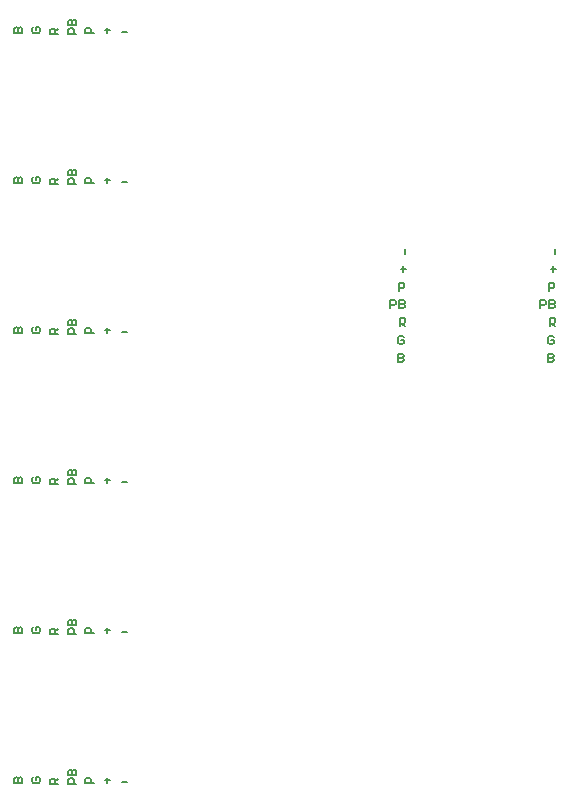
<source format=gbo>
G75*
G70*
%OFA0B0*%
%FSLAX24Y24*%
%IPPOS*%
%LPD*%
%AMOC8*
5,1,8,0,0,1.08239X$1,22.5*
%
%ADD10C,0.0050*%
D10*
X018145Y004145D02*
X018145Y004280D01*
X018190Y004325D01*
X018235Y004325D01*
X018280Y004280D01*
X018280Y004145D01*
X018145Y004145D02*
X018416Y004145D01*
X018416Y004280D01*
X018371Y004325D01*
X018326Y004325D01*
X018280Y004280D01*
X018732Y004280D02*
X018732Y004190D01*
X018777Y004145D01*
X018957Y004145D01*
X019002Y004190D01*
X019002Y004280D01*
X018957Y004325D01*
X018867Y004325D01*
X018867Y004235D01*
X018777Y004325D02*
X018732Y004280D01*
X019332Y004236D02*
X019332Y004101D01*
X019603Y004101D01*
X019513Y004101D02*
X019513Y004236D01*
X019467Y004281D01*
X019377Y004281D01*
X019332Y004236D01*
X019513Y004191D02*
X019603Y004281D01*
X019944Y004246D02*
X019944Y004111D01*
X020214Y004111D01*
X020124Y004111D02*
X020124Y004246D01*
X020079Y004291D01*
X019989Y004291D01*
X019944Y004246D01*
X019944Y004406D02*
X019944Y004541D01*
X019989Y004586D01*
X020034Y004586D01*
X020079Y004541D01*
X020079Y004406D01*
X020079Y004541D02*
X020124Y004586D01*
X020169Y004586D01*
X020214Y004541D01*
X020214Y004406D01*
X019944Y004406D01*
X020513Y004258D02*
X020513Y004123D01*
X020784Y004123D01*
X020694Y004123D02*
X020694Y004258D01*
X020649Y004303D01*
X020559Y004303D01*
X020513Y004258D01*
X021153Y004224D02*
X021333Y004224D01*
X021243Y004314D02*
X021243Y004134D01*
X021737Y004180D02*
X021917Y004180D01*
X021243Y009134D02*
X021243Y009314D01*
X021153Y009224D02*
X021333Y009224D01*
X021737Y009180D02*
X021917Y009180D01*
X020784Y009123D02*
X020513Y009123D01*
X020513Y009258D01*
X020559Y009303D01*
X020649Y009303D01*
X020694Y009258D01*
X020694Y009123D01*
X020214Y009111D02*
X019944Y009111D01*
X019944Y009246D01*
X019989Y009291D01*
X020079Y009291D01*
X020124Y009246D01*
X020124Y009111D01*
X020079Y009406D02*
X020079Y009541D01*
X020124Y009586D01*
X020169Y009586D01*
X020214Y009541D01*
X020214Y009406D01*
X019944Y009406D01*
X019944Y009541D01*
X019989Y009586D01*
X020034Y009586D01*
X020079Y009541D01*
X019603Y009281D02*
X019513Y009191D01*
X019513Y009236D02*
X019513Y009101D01*
X019603Y009101D02*
X019332Y009101D01*
X019332Y009236D01*
X019377Y009281D01*
X019467Y009281D01*
X019513Y009236D01*
X019002Y009280D02*
X018957Y009325D01*
X018867Y009325D01*
X018867Y009235D01*
X018777Y009325D02*
X018732Y009280D01*
X018732Y009190D01*
X018777Y009145D01*
X018957Y009145D01*
X019002Y009190D01*
X019002Y009280D01*
X018416Y009280D02*
X018416Y009145D01*
X018145Y009145D01*
X018145Y009280D01*
X018190Y009325D01*
X018235Y009325D01*
X018280Y009280D01*
X018280Y009145D01*
X018280Y009280D02*
X018326Y009325D01*
X018371Y009325D01*
X018416Y009280D01*
X018416Y014145D02*
X018145Y014145D01*
X018145Y014280D01*
X018190Y014325D01*
X018235Y014325D01*
X018280Y014280D01*
X018280Y014145D01*
X018280Y014280D02*
X018326Y014325D01*
X018371Y014325D01*
X018416Y014280D01*
X018416Y014145D01*
X018732Y014190D02*
X018732Y014280D01*
X018777Y014325D01*
X018867Y014325D02*
X018867Y014235D01*
X018867Y014325D02*
X018957Y014325D01*
X019002Y014280D01*
X019002Y014190D01*
X018957Y014145D01*
X018777Y014145D01*
X018732Y014190D01*
X019332Y014236D02*
X019377Y014281D01*
X019467Y014281D01*
X019513Y014236D01*
X019513Y014101D01*
X019603Y014101D02*
X019332Y014101D01*
X019332Y014236D01*
X019513Y014191D02*
X019603Y014281D01*
X019944Y014246D02*
X019944Y014111D01*
X020214Y014111D01*
X020124Y014111D02*
X020124Y014246D01*
X020079Y014291D01*
X019989Y014291D01*
X019944Y014246D01*
X019944Y014406D02*
X019944Y014541D01*
X019989Y014586D01*
X020034Y014586D01*
X020079Y014541D01*
X020079Y014406D01*
X020079Y014541D02*
X020124Y014586D01*
X020169Y014586D01*
X020214Y014541D01*
X020214Y014406D01*
X019944Y014406D01*
X020513Y014258D02*
X020513Y014123D01*
X020784Y014123D01*
X020694Y014123D02*
X020694Y014258D01*
X020649Y014303D01*
X020559Y014303D01*
X020513Y014258D01*
X021153Y014224D02*
X021333Y014224D01*
X021243Y014314D02*
X021243Y014134D01*
X021737Y014180D02*
X021917Y014180D01*
X021243Y019134D02*
X021243Y019314D01*
X021153Y019224D02*
X021333Y019224D01*
X021737Y019180D02*
X021917Y019180D01*
X020784Y019123D02*
X020513Y019123D01*
X020513Y019258D01*
X020559Y019303D01*
X020649Y019303D01*
X020694Y019258D01*
X020694Y019123D01*
X020214Y019111D02*
X019944Y019111D01*
X019944Y019246D01*
X019989Y019291D01*
X020079Y019291D01*
X020124Y019246D01*
X020124Y019111D01*
X020079Y019406D02*
X020079Y019541D01*
X020124Y019586D01*
X020169Y019586D01*
X020214Y019541D01*
X020214Y019406D01*
X019944Y019406D01*
X019944Y019541D01*
X019989Y019586D01*
X020034Y019586D01*
X020079Y019541D01*
X019603Y019281D02*
X019513Y019191D01*
X019513Y019236D02*
X019513Y019101D01*
X019603Y019101D02*
X019332Y019101D01*
X019332Y019236D01*
X019377Y019281D01*
X019467Y019281D01*
X019513Y019236D01*
X019002Y019280D02*
X018957Y019325D01*
X018867Y019325D01*
X018867Y019235D01*
X018777Y019325D02*
X018732Y019280D01*
X018732Y019190D01*
X018777Y019145D01*
X018957Y019145D01*
X019002Y019190D01*
X019002Y019280D01*
X018416Y019280D02*
X018416Y019145D01*
X018145Y019145D01*
X018145Y019280D01*
X018190Y019325D01*
X018235Y019325D01*
X018280Y019280D01*
X018280Y019145D01*
X018280Y019280D02*
X018326Y019325D01*
X018371Y019325D01*
X018416Y019280D01*
X018416Y024145D02*
X018145Y024145D01*
X018145Y024280D01*
X018190Y024325D01*
X018235Y024325D01*
X018280Y024280D01*
X018280Y024145D01*
X018280Y024280D02*
X018326Y024325D01*
X018371Y024325D01*
X018416Y024280D01*
X018416Y024145D01*
X018732Y024190D02*
X018732Y024280D01*
X018777Y024325D01*
X018867Y024325D02*
X018867Y024235D01*
X018867Y024325D02*
X018957Y024325D01*
X019002Y024280D01*
X019002Y024190D01*
X018957Y024145D01*
X018777Y024145D01*
X018732Y024190D01*
X019332Y024236D02*
X019377Y024281D01*
X019467Y024281D01*
X019513Y024236D01*
X019513Y024101D01*
X019603Y024101D02*
X019332Y024101D01*
X019332Y024236D01*
X019513Y024191D02*
X019603Y024281D01*
X019944Y024246D02*
X019989Y024291D01*
X020079Y024291D01*
X020124Y024246D01*
X020124Y024111D01*
X020214Y024111D02*
X019944Y024111D01*
X019944Y024246D01*
X019944Y024406D02*
X019944Y024541D01*
X019989Y024586D01*
X020034Y024586D01*
X020079Y024541D01*
X020079Y024406D01*
X020079Y024541D02*
X020124Y024586D01*
X020169Y024586D01*
X020214Y024541D01*
X020214Y024406D01*
X019944Y024406D01*
X020513Y024258D02*
X020513Y024123D01*
X020784Y024123D01*
X020694Y024123D02*
X020694Y024258D01*
X020649Y024303D01*
X020559Y024303D01*
X020513Y024258D01*
X021153Y024224D02*
X021333Y024224D01*
X021243Y024314D02*
X021243Y024134D01*
X021737Y024180D02*
X021917Y024180D01*
X021243Y029134D02*
X021243Y029314D01*
X021153Y029224D02*
X021333Y029224D01*
X021737Y029180D02*
X021917Y029180D01*
X020784Y029123D02*
X020513Y029123D01*
X020513Y029258D01*
X020559Y029303D01*
X020649Y029303D01*
X020694Y029258D01*
X020694Y029123D01*
X020214Y029111D02*
X019944Y029111D01*
X019944Y029246D01*
X019989Y029291D01*
X020079Y029291D01*
X020124Y029246D01*
X020124Y029111D01*
X020079Y029406D02*
X020079Y029541D01*
X020124Y029586D01*
X020169Y029586D01*
X020214Y029541D01*
X020214Y029406D01*
X019944Y029406D01*
X019944Y029541D01*
X019989Y029586D01*
X020034Y029586D01*
X020079Y029541D01*
X019603Y029281D02*
X019513Y029191D01*
X019513Y029236D02*
X019513Y029101D01*
X019603Y029101D02*
X019332Y029101D01*
X019332Y029236D01*
X019377Y029281D01*
X019467Y029281D01*
X019513Y029236D01*
X019002Y029280D02*
X018957Y029325D01*
X018867Y029325D01*
X018867Y029235D01*
X018777Y029325D02*
X018732Y029280D01*
X018732Y029190D01*
X018777Y029145D01*
X018957Y029145D01*
X019002Y029190D01*
X019002Y029280D01*
X018416Y029280D02*
X018416Y029145D01*
X018145Y029145D01*
X018145Y029280D01*
X018190Y029325D01*
X018235Y029325D01*
X018280Y029280D01*
X018280Y029145D01*
X018280Y029280D02*
X018326Y029325D01*
X018371Y029325D01*
X018416Y029280D01*
X031019Y021273D02*
X031199Y021273D01*
X031109Y021183D02*
X031109Y021363D01*
X031152Y021767D02*
X031152Y021948D01*
X031100Y020814D02*
X030965Y020814D01*
X030965Y020544D01*
X030965Y020634D02*
X031100Y020634D01*
X031145Y020679D01*
X031145Y020769D01*
X031100Y020814D01*
X031112Y020244D02*
X030977Y020244D01*
X030977Y019974D01*
X031112Y019974D01*
X031157Y020019D01*
X031157Y020064D01*
X031112Y020109D01*
X030977Y020109D01*
X030862Y020109D02*
X030817Y020064D01*
X030682Y020064D01*
X030682Y019974D02*
X030682Y020244D01*
X030817Y020244D01*
X030862Y020199D01*
X030862Y020109D01*
X031112Y020109D02*
X031157Y020154D01*
X031157Y020199D01*
X031112Y020244D01*
X031122Y019633D02*
X030987Y019633D01*
X030987Y019363D01*
X030987Y019453D02*
X031122Y019453D01*
X031167Y019498D01*
X031167Y019588D01*
X031122Y019633D01*
X031077Y019453D02*
X031167Y019363D01*
X031078Y019033D02*
X030988Y019033D01*
X030943Y018988D01*
X030943Y018807D01*
X030988Y018762D01*
X031078Y018762D01*
X031123Y018807D01*
X031123Y018897D01*
X031033Y018897D01*
X031123Y018988D02*
X031078Y019033D01*
X031078Y018446D02*
X030943Y018446D01*
X030943Y018176D01*
X031078Y018176D01*
X031123Y018221D01*
X031123Y018266D01*
X031078Y018311D01*
X030943Y018311D01*
X031078Y018311D02*
X031123Y018356D01*
X031123Y018401D01*
X031078Y018446D01*
X035682Y019974D02*
X035682Y020244D01*
X035817Y020244D01*
X035862Y020199D01*
X035862Y020109D01*
X035817Y020064D01*
X035682Y020064D01*
X035977Y020109D02*
X036112Y020109D01*
X036157Y020064D01*
X036157Y020019D01*
X036112Y019974D01*
X035977Y019974D01*
X035977Y020244D01*
X036112Y020244D01*
X036157Y020199D01*
X036157Y020154D01*
X036112Y020109D01*
X035965Y020544D02*
X035965Y020814D01*
X036100Y020814D01*
X036145Y020769D01*
X036145Y020679D01*
X036100Y020634D01*
X035965Y020634D01*
X036109Y021183D02*
X036109Y021363D01*
X036019Y021273D02*
X036199Y021273D01*
X036152Y021767D02*
X036152Y021948D01*
X036122Y019633D02*
X036167Y019588D01*
X036167Y019498D01*
X036122Y019453D01*
X035987Y019453D01*
X036077Y019453D02*
X036167Y019363D01*
X035987Y019363D02*
X035987Y019633D01*
X036122Y019633D01*
X036078Y019033D02*
X035988Y019033D01*
X035943Y018988D01*
X035943Y018807D01*
X035988Y018762D01*
X036078Y018762D01*
X036123Y018807D01*
X036123Y018897D01*
X036033Y018897D01*
X036123Y018988D02*
X036078Y019033D01*
X036078Y018446D02*
X036123Y018401D01*
X036123Y018356D01*
X036078Y018311D01*
X035943Y018311D01*
X035943Y018176D02*
X035943Y018446D01*
X036078Y018446D01*
X036078Y018311D02*
X036123Y018266D01*
X036123Y018221D01*
X036078Y018176D01*
X035943Y018176D01*
M02*

</source>
